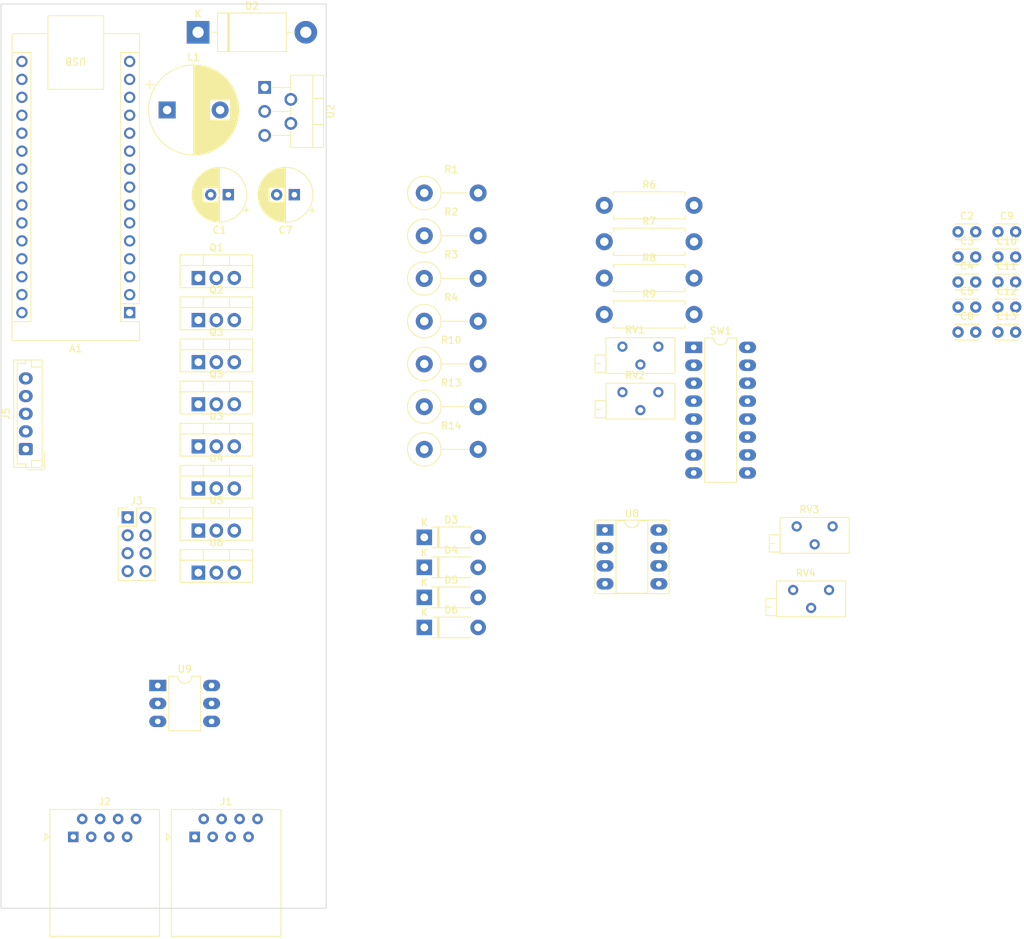
<source format=kicad_pcb>
(kicad_pcb (version 20240108) (generator "pcbnew") (generator_version "8.0")
  (layers (0 "F.Cu" signal) (31 "B.Cu" signal) (34 "B.Paste" user) (35 "F.Paste" user) (36 "B.SilkS" user "B.Silkscreen") (37 "F.SilkS" user "F.Silkscreen") (38 "B.Mask" user) (39 "F.Mask" user) (44 "Edge.Cuts" user))
  (net 0 "")
  (net 1 "Net-(A1-D0{slash}RX)")
  (net 7 "VIN")
  (net 8 "Net-(D2-A)")
  (net 9 "VCC")
  (net 10 "Net-(U3-VO)")
  (net 12 "SW2")
  (net 14 "SW1")
  (net 15 "SW3")
  (net 16 "SW7")
  (net 17 "LASER1")
  (net 19 "SW8")
  (net 20 "SW4")
  (net 22 "GND")
  (net 23 "LASER4")
  (net 26 "LASER3")
  (net 28 "SW6")
  (net 29 "LASER2")
  (net 31 "5V")
  (net 32 "SW5")
  (net 34 "DATA-")
  (net 35 "DATA+")
  (net 36 "Net-(Q1-B)")
  (net 37 "Net-(Q2-B)")
  (net 38 "Net-(Q3-B)")
  (net 39 "Net-(Q5-B)")
  (net 40 "Net-(U8-R)")
  (net 41 "Net-(R10-Pad1)")
  (net 42 "Net-(U8-DE)")
  (net 43 "Net-(R6-Pad1)")
  (net 44 "Net-(D3-A)")
  (net 45 "Net-(D4-A)")
  (net 46 "Net-(U4-VO)")
  (net 47 "Net-(D5-A)")
  (net 48 "Net-(U5-VO)")
  (net 49 "Net-(D6-A)")
  (net 50 "Net-(U6-VO)")
  (net 53 "Net-(R7-Pad1)")
  (net 54 "Net-(R8-Pad1)")
  (net 55 "Net-(R9-Pad1)")
  (net 56 "Net-(J3-Pin_5)")
  (net 57 "Net-(J3-Pin_6)")
  (net 58 "Net-(J3-Pin_7)")
  (net 59 "Net-(J3-Pin_8)")
  (net 60 "Net-(J3-Pin_1)")
  (net 61 "Net-(J3-Pin_2)")
  (net 62 "Net-(J3-Pin_4)")
  (net 63 "Net-(J3-Pin_3)")
  (footprint "Capacitor_THT:C_Disc_D3.0mm_W2.0mm_P2.50mm" (layer "F.Cu") (at 276.052082 70.8)
    (property "Reference" "C10" (at 1.25 -2.25 0) (layer "F.SilkS"))
    (property "Value" "1uF")
    (pad "1" thru_hole circle (at 0 0) (size 1.6 1.6) (drill 0.8) (layers "*.Cu" "*.Mask") (net 31 "5V"))
    (pad "2" thru_hole circle (at 2.5 0) (size 1.6 1.6) (drill 0.8) (layers "*.Cu" "*.Mask") (net 47 "Net-(D5-A)"))
  )
  (footprint "Capacitor_THT:C_Disc_D3.0mm_W2.0mm_P2.50mm" (layer "F.Cu") (at 270.402082 77.9)
    (property "Reference" "C5" (at 1.25 -2.25 0) (layer "F.SilkS"))
    (property "Value" "100nF")
    (pad "1" thru_hole circle (at 0 0) (size 1.6 1.6) (drill 0.8) (layers "*.Cu" "*.Mask") (net 31 "5V"))
    (pad "2" thru_hole circle (at 2.5 0) (size 1.6 1.6) (drill 0.8) (layers "*.Cu" "*.Mask") (net 59 "Net-(J3-Pin_8)"))
  )
  (footprint "Diode_THT:D_DO-41_SOD81_P7.62mm_Horizontal" (layer "F.Cu") (at 194.88 119)
    (property "Reference" "D5" (at 3.81 -2.47 0) (layer "F.SilkS"))
    (property "Value" "1N4004")
    (fp_text user "K" (at 0 -2.1 0) (layer "F.SilkS"))
    (pad "1" thru_hole rect (at 0 0) (size 2.2 2.2) (drill 1.1) (layers "*.Cu" "*.Mask") (net 31 "5V"))
    (pad "2" thru_hole oval (at 7.62 0) (size 2.2 2.2) (drill 1.1) (layers "*.Cu" "*.Mask") (net 47 "Net-(D5-A)"))
  )
  (footprint "Potentiometer_THT:Potentiometer_Bourns_3296Z_Horizontal" (layer "F.Cu") (at 228 89.95)
    (property "Reference" "RV2" (at -3.3 -2.4 0) (layer "F.SilkS"))
    (property "Value" "20")
    (pad "1" thru_hole circle (at 0 0) (size 1.44 1.44) (drill 0.8) (layers "*.Cu" "*.Mask") (net 53 "Net-(R7-Pad1)"))
    (pad "2" thru_hole circle (at -2.54 2.54) (size 1.44 1.44) (drill 0.8) (layers "*.Cu" "*.Mask") (net 53 "Net-(R7-Pad1)"))
    (pad "3" thru_hole circle (at -5.08 0) (size 1.44 1.44) (drill 0.8) (layers "*.Cu" "*.Mask") (net 45 "Net-(D4-A)"))
  )
  (footprint "Capacitor_THT:CP_Radial_D7.5mm_P2.50mm" (layer "F.Cu") (at 176.5 62 180)
    (property "Reference" "C7" (at 1.25 -5 360) (layer "F.SilkS"))
    (property "Value" "47uF - 50V")
    (pad "1" thru_hole rect (at 0 0 180) (size 1.6 1.6) (drill 0.8) (layers "*.Cu" "*.Mask") (net 31 "5V"))
    (pad "2" thru_hole circle (at 2.5 0 180) (size 1.6 1.6) (drill 0.8) (layers "*.Cu" "*.Mask") (net 22 "GND"))
  )
  (footprint "Capacitor_THT:C_Disc_D3.0mm_W2.0mm_P2.50mm" (layer "F.Cu") (at 270.402082 74.35)
    (property "Reference" "C4" (at 1.25 -2.25 0) (layer "F.SilkS"))
    (property "Value" "100nF")
    (pad "1" thru_hole circle (at 0 0) (size 1.6 1.6) (drill 0.8) (layers "*.Cu" "*.Mask") (net 31 "5V"))
    (pad "2" thru_hole circle (at 2.5 0) (size 1.6 1.6) (drill 0.8) (layers "*.Cu" "*.Mask") (net 58 "Net-(J3-Pin_7)"))
  )
  (footprint "Potentiometer_THT:Potentiometer_Bourns_3296Z_Horizontal" (layer "F.Cu") (at 252.652082 108.95)
    (property "Reference" "RV3" (at -3.3 -2.4 0) (layer "F.SilkS"))
    (property "Value" "20")
    (pad "1" thru_hole circle (at 0 0) (size 1.44 1.44) (drill 0.8) (layers "*.Cu" "*.Mask") (net 54 "Net-(R8-Pad1)"))
    (pad "2" thru_hole circle (at -2.54 2.54) (size 1.44 1.44) (drill 0.8) (layers "*.Cu" "*.Mask") (net 54 "Net-(R8-Pad1)"))
    (pad "3" thru_hole circle (at -5.08 0) (size 1.44 1.44) (drill 0.8) (layers "*.Cu" "*.Mask") (net 47 "Net-(D5-A)"))
  )
  (footprint "Diode_THT:D_DO-201AD_P15.24mm_Horizontal" (layer "F.Cu") (at 162.88 39)
    (property "Reference" "D2" (at 7.62 -3.72 0) (layer "F.SilkS"))
    (property "Value" "1N5822")
    (fp_text user "K" (at 0 -2.6 0) (layer "F.SilkS"))
    (pad "1" thru_hole rect (at 0 0) (size 3.2 3.2) (drill 1.6) (layers "*.Cu" "*.Mask") (net 22 "GND"))
    (pad "2" thru_hole oval (at 15.24 0) (size 3.2 3.2) (drill 1.6) (layers "*.Cu" "*.Mask") (net 8 "Net-(D2-A)"))
  )
  (footprint "Resistor_THT:R_Axial_DIN0411_L9.9mm_D3.6mm_P12.70mm_Horizontal" (layer "F.Cu") (at 220.35 78.95)
    (property "Reference" "R9" (at 6.35 -2.92 0) (layer "F.SilkS"))
    (property "Value" "2.7")
    (pad "1" thru_hole circle (at 0 0) (size 2.4 2.4) (drill 1.2) (layers "*.Cu" "*.Mask") (net 55 "Net-(R9-Pad1)"))
    (pad "2" thru_hole oval (at 12.7 0) (size 2.4 2.4) (drill 1.2) (layers "*.Cu" "*.Mask") (net 10 "Net-(U3-VO)"))
  )
  (footprint "Resistor_THT:R_Axial_DIN0411_L9.9mm_D3.6mm_P12.70mm_Horizontal" (layer "F.Cu") (at 220.35 63.5)
    (property "Reference" "R6" (at 6.35 -2.92 0) (layer "F.SilkS"))
    (property "Value" "2.7")
    (pad "1" thru_hole circle (at 0 0) (size 2.4 2.4) (drill 1.2) (layers "*.Cu" "*.Mask") (net 43 "Net-(R6-Pad1)"))
    (pad "2" thru_hole oval (at 12.7 0) (size 2.4 2.4) (drill 1.2) (layers "*.Cu" "*.Mask") (net 48 "Net-(U5-VO)"))
  )
  (footprint "Resistor_THT:R_Axial_DIN0414_L11.9mm_D4.5mm_P7.62mm_Vertical" (layer "F.Cu") (at 194.88 79.9)
    (property "Reference" "R4" (at 3.81 -3.37 0) (layer "F.SilkS"))
    (property "Value" "1K")
    (pad "1" thru_hole circle (at 0 0) (size 2.4 2.4) (drill 1.2) (layers "*.Cu" "*.Mask") (net 38 "Net-(Q3-B)"))
    (pad "2" thru_hole oval (at 7.62 0) (size 2.4 2.4) (drill 1.2) (layers "*.Cu" "*.Mask") (net 23 "LASER4"))
  )
  (footprint "Package_TO_SOT_THT:TO-220-3_Vertical" (layer "F.Cu") (at 162.92 103.58)
    (property "Reference" "U4" (at 2.54 -4.27 0) (layer "F.SilkS"))
    (property "Value" "LM337_TO220")
    (pad "1" thru_hole rect (at 0 0) (size 1.905 2) (drill 1.1) (layers "*.Cu" "*.Mask") (net 47 "Net-(D5-A)"))
    (pad "2" thru_hole oval (at 2.54 0) (size 1.905 2) (drill 1.1) (layers "*.Cu" "*.Mask") (net 58 "Net-(J3-Pin_7)"))
    (pad "3" thru_hole oval (at 5.08 0) (size 1.905 2) (drill 1.1) (layers "*.Cu" "*.Mask") (net 46 "Net-(U4-VO)"))
  )
  (footprint "Resistor_THT:R_Axial_DIN0414_L11.9mm_D4.5mm_P7.62mm_Vertical" (layer "F.Cu") (at 194.88 67.8)
    (property "Reference" "R2" (at 3.81 -3.37 0) (layer "F.SilkS"))
    (property "Value" "1K")
    (pad "1" thru_hole circle (at 0 0) (size 2.4 2.4) (drill 1.2) (layers "*.Cu" "*.Mask") (net 36 "Net-(Q1-B)"))
    (pad "2" thru_hole oval (at 7.62 0) (size 2.4 2.4) (drill 1.2) (layers "*.Cu" "*.Mask") (net 29 "LASER2"))
  )
  (footprint "Resistor_THT:R_Axial_DIN0414_L11.9mm_D4.5mm_P7.62mm_Vertical" (layer "F.Cu") (at 194.88 98.05)
    (property "Reference" "R14" (at 3.81 -3.37 0) (layer "F.SilkS"))
    (property "Value" "470")
    (pad "1" thru_hole circle (at 0 0) (size 2.4 2.4) (drill 1.2) (layers "*.Cu" "*.Mask") (net 31 "5V"))
    (pad "2" thru_hole oval (at 7.62 0) (size 2.4 2.4) (drill 1.2) (layers "*.Cu" "*.Mask") (net 1 "Net-(A1-D0{slash}RX)"))
  )
  (footprint "Resistor_THT:R_Axial_DIN0414_L11.9mm_D4.5mm_P7.62mm_Vertical" (layer "F.Cu") (at 194.88 92)
    (property "Reference" "R13" (at 3.81 -3.37 0) (layer "F.SilkS"))
    (property "Value" "10K")
    (pad "1" thru_hole circle (at 0 0) (size 2.4 2.4) (drill 1.2) (layers "*.Cu" "*.Mask") (net 22 "GND"))
    (pad "2" thru_hole oval (at 7.62 0) (size 2.4 2.4) (drill 1.2) (layers "*.Cu" "*.Mask") (net 42 "Net-(U8-DE)"))
  )
  (footprint "Connector_RJ:RJ45_Amphenol_54602-x08_Horizontal" (layer "F.Cu") (at 162.4025 152.9)
    (property "Reference" "J1" (at 4.445 -5 360) (layer "F.SilkS"))
    (property "Value" "RJ45")
    (pad "" np_thru_hole circle (at -1.27 6.35) (size 3.2 3.2) (drill 3.2) (layers "*.Cu" "*.Mask"))
    (pad "" np_thru_hole circle (at 10.16 6.35) (size 3.2 3.2) (drill 3.2) (layers "*.Cu" "*.Mask"))
    (pad "1" thru_hole rect (at 0 0) (size 1.5 1.5) (drill 0.76) (layers "*.Cu" "*.Mask") (net 35 "DATA+"))
    (pad "2" thru_hole circle (at 1.27 -2.54) (size 1.5 1.5) (drill 0.76) (layers "*.Cu" "*.Mask") (net 34 "DATA-"))
    (pad "3" thru_hole circle (at 2.54 0) (size 1.5 1.5) (drill 0.76) (layers "*.Cu" "*.Mask") (net 9 "VCC"))
    (pad "4" thru_hole circle (at 3.81 -2.54) (size 1.5 1.5) (drill 0.76) (layers "*.Cu" "*.Mask") (net 9 "VCC"))
    (pad "5" thru_hole circle (at 5.08 0) (size 1.5 1.5) (drill 0.76) (layers "*.Cu" "*.Mask") (net 9 "VCC"))
    (pad "6" thru_hole circle (at 6.35 -2.54) (size 1.5 1.5) (drill 0.76) (layers "*.Cu" "*.Mask") (net 22 "GND"))
    (pad "7" thru_hole circle (at 7.62 0) (size 1.5 1.5) (drill 0.76) (layers "*.Cu" "*.Mask") (net 22 "GND"))
    (pad "8" thru_hole circle (at 8.89 -2.54) (size 1.5 1.5) (drill 0.76) (layers "*.Cu" "*.Mask") (net 22 "GND"))
  )
  (footprint "Diode_THT:D_DO-41_SOD81_P7.62mm_Horizontal" (layer "F.Cu") (at 194.88 114.75)
    (property "Reference" "D4" (at 3.81 -2.47 0) (layer "F.SilkS"))
    (property "Value" "1N4004")
    (fp_text user "K" (at 0 -2.1 0) (layer "F.SilkS"))
    (pad "1" thru_hole rect (at 0 0) (size 2.2 2.2) (drill 1.1) (layers "*.Cu" "*.Mask") (net 31 "5V"))
    (pad "2" thru_hole oval (at 7.62 0) (size 2.2 2.2) (drill 1.1) (layers "*.Cu" "*.Mask") (net 45 "Net-(D4-A)"))
  )
  (footprint "Capacitor_THT:C_Disc_D3.0mm_W2.0mm_P2.50mm" (layer "F.Cu") (at 276.052082 67.25)
    (property "Reference" "C9" (at 1.25 -2.25 0) (layer "F.SilkS"))
    (property "Value" "1uF")
    (pad "1" thru_hole circle (at 0 0) (size 1.6 1.6) (drill 0.8) (layers "*.Cu" "*.Mask") (net 31 "5V"))
    (pad "2" thru_hole circle (at 2.5 0) (size 1.6 1.6) (drill 0.8) (layers "*.Cu" "*.Mask") (net 45 "Net-(D4-A)"))
  )
  (footprint "Package_TO_SOT_THT:TO-220-3_Vertical" (layer "F.Cu") (at 162.92 91.66)
    (property "Reference" "Q5" (at 2.54 -4.27 0) (layer "F.SilkS"))
    (property "Value" "TIP41")
    (pad "1" thru_hole rect (at 0 0) (size 1.905 2) (drill 1.1) (layers "*.Cu" "*.Mask") (net 39 "Net-(Q5-B)"))
    (pad "2" thru_hole oval (at 2.54 0) (size 1.905 2) (drill 1.1) (layers "*.Cu" "*.Mask") (net 60 "Net-(J3-Pin_1)"))
    (pad "3" thru_hole oval (at 5.08 0) (size 1.905 2) (drill 1.1) (layers "*.Cu" "*.Mask") (net 22 "GND"))
  )
  (footprint "Resistor_THT:R_Axial_DIN0411_L9.9mm_D3.6mm_P12.70mm_Horizontal" (layer "F.Cu") (at 220.35 73.8)
    (property "Reference" "R8" (at 6.35 -2.92 0) (layer "F.SilkS"))
    (property "Value" "2.7")
    (pad "1" thru_hole circle (at 0 0) (size 2.4 2.4) (drill 1.2) (layers "*.Cu" "*.Mask") (net 54 "Net-(R8-Pad1)"))
    (pad "2" thru_hole oval (at 12.7 0) (size 2.4 2.4) (drill 1.2) (layers "*.Cu" "*.Mask") (net 46 "Net-(U4-VO)"))
  )
  (footprint "Package_DIP:DIP-16_W7.62mm_LongPads" (layer "F.Cu") (at 233 83.6)
    (property "Reference" "SW1" (at 3.81 -2.33 0) (layer "F.SilkS"))
    (property "Value" "SW_DIP_x08")
    (pad "1" thru_hole rect (at 0 0) (size 2.4 1.6) (drill 0.8) (layers "*.Cu" "*.Mask") (net 22 "GND"))
    (pad "2" thru_hole oval (at 0 2.54) (size 2.4 1.6) (drill 0.8) (layers "*.Cu" "*.Mask") (net 22 "GND"))
    (pad "3" thru_hole oval (at 0 5.08) (size 2.4 1.6) (drill 0.8) (layers "*.Cu" "*.Mask") (net 22 "GND"))
    (pad "4" thru_hole oval (at 0 7.62) (size 2.4 1.6) (drill 0.8) (layers "*.Cu" "*.Mask") (net 22 "GND"))
    (pad "5" thru_hole oval (at 0 10.16) (size 2.4 1.6) (drill 0.8) (layers "*.Cu" "*.Mask") (net 22 "GND"))
    (pad "6" thru_hole oval (at 0 12.7) (size 2.4 1.6) (drill 0.8) (layers "*.Cu" "*.Mask") (net 22 "GND"))
    (pad "7" thru_hole oval (at 0 15.24) (size 2.4 1.6) (drill 0.8) (layers "*.Cu" "*.Mask") (net 22 "GND"))
    (pad "8" thru_hole oval (at 0 17.78) (size 2.4 1.6) (drill 0.8) (layers "*.Cu" "*.Mask") (net 22 "GND"))
    (pad "9" thru_hole oval (at 7.62 17.78) (size 2.4 1.6) (drill 0.8) (layers "*.Cu" "*.Mask") (net 19 "SW8"))
    (pad "10" thru_hole oval (at 7.62 15.24) (size 2.4 1.6) (drill 0.8) (layers "*.Cu" "*.Mask") (net 16 "SW7"))
    (pad "11" thru_hole oval (at 7.62 12.7) (size 2.4 1.6) (drill 0.8) (layers "*.Cu" "*.Mask") (net 28 "SW6"))
    (pad "12" thru_hole oval (at 7.62 10.16) (size 2.4 1.6) (drill 0.8) (layers "*.Cu" "*.Mask") (net 32 "SW5"))
    (pad "13" thru_hole oval (at 7.62 7.62) (size 2.4 1.6) (drill 0.8) (layers "*.Cu" "*.Mask") (net 20 "SW4"))
    (pad "14" thru_hole oval (at 7.62 5.08) (size 2.4 1.6) (drill 0.8) (layers "*.Cu" "*.Mask") (net 15 "SW3"))
    (pad "15" thru_hole oval (at 7.62 2.54) (size 2.4 1.6) (drill 0.8) (layers "*.Cu" "*.Mask") (net 12 "SW2"))
    (pad "16" thru_hole oval (at 7.62 0) (size 2.4 1.6) (drill 0.8) (layers "*.Cu" "*.Mask") (net 14 "SW1"))
  )
  (footprint "Resistor_THT:R_Axial_DIN0411_L9.9mm_D3.6mm_P12.70mm_Horizontal" (layer "F.Cu") (at 220.35 68.65)
    (property "Reference" "R7" (at 6.35 -2.92 0) (layer "F.SilkS"))
    (property "Value" "2.7")
    (pad "1" thru_hole circle (at 0 0) (size 2.4 2.4) (drill 1.2) (layers "*.Cu" "*.Mask") (net 53 "Net-(R7-Pad1)"))
    (pad "2" thru_hole oval (at 12.7 0) (size 2.4 2.4) (drill 1.2) (layers "*.Cu" "*.Mask") (net 50 "Net-(U6-VO)"))
  )
  (footprint "Package_TO_SOT_THT:TO-220-3_Vertical" (layer "F.Cu") (at 162.92 79.74)
    (property "Reference" "Q2" (at 2.54 -4.27 0) (layer "F.SilkS"))
    (property "Value" "TIP41")
    (pad "1" thru_hole rect (at 0 0) (size 1.905 2) (drill 1.1) (layers "*.Cu" "*.Mask") (net 37 "Net-(Q2-B)"))
    (pad "2" thru_hole oval (at 2.54 0) (size 1.905 2) (drill 1.1) (layers "*.Cu" "*.Mask") (net 63 "Net-(J3-Pin_3)"))
    (pad "3" thru_hole oval (at 5.08 0) (size 1.905 2) (drill 1.1) (layers "*.Cu" "*.Mask") (net 22 "GND"))
  )
  (footprint "Package_TO_SOT_THT:TO-220-3_Vertical" (layer "F.Cu") (at 162.92 109.54)
    (property "Reference" "U5" (at 2.54 -4.27 0) (layer "F.SilkS"))
    (property "Value" "LM337_TO220")
    (pad "1" thru_hole rect (at 0 0) (size 1.905 2) (drill 1.1) (layers "*.Cu" "*.Mask") (net 44 "Net-(D3-A)"))
    (pad "2" thru_hole oval (at 2.54 0) (size 1.905 2) (drill 1.1) (layers "*.Cu" "*.Mask") (net 56 "Net-(J3-Pin_5)"))
    (pad "3" thru_hole oval (at 5.08 0) (size 1.905 2) (drill 1.1) (layers "*.Cu" "*.Mask") (net 48 "Net-(U5-VO)"))
  )
  (footprint "Diode_THT:D_DO-41_SOD81_P7.62mm_Horizontal" (layer "F.Cu") (at 194.88 110.5)
    (property "Reference" "D3" (at 3.81 -2.47 0) (layer "F.SilkS"))
    (property "Value" "1N4004")
    (fp_text user "K" (at 0 -2.1 0) (layer "F.SilkS"))
    (pad "1" thru_hole rect (at 0 0) (size 2.2 2.2) (drill 1.1) (layers "*.Cu" "*.Mask") (net 31 "5V"))
    (pad "2" thru_hole oval (at 7.62 0) (size 2.2 2.2) (drill 1.1) (layers "*.Cu" "*.Mask") (net 44 "Net-(D3-A)"))
  )
  (footprint "Package_TO_SOT_THT:TO-220-3_Vertical" (layer "F.Cu") (at 162.92 85.7)
    (property "Reference" "Q3" (at 2.54 -4.27 0) (layer "F.SilkS"))
    (property "Value" "TIP41")
    (pad "1" thru_hole rect (at 0 0) (size 1.905 2) (drill 1.1) (layers "*.Cu" "*.Mask") (net 38 "Net-(Q3-B)"))
    (pad "2" thru_hole oval (at 2.54 0) (size 1.905 2) (drill 1.1) (layers "*.Cu" "*.Mask") (net 62 "Net-(J3-Pin_4)"))
    (pad "3" thru_hole oval (at 5.08 0) (size 1.905 2) (drill 1.1) (layers "*.Cu" "*.Mask") (net 22 "GND"))
  )
  (footprint "Potentiometer_THT:Potentiometer_Bourns_3296Z_Horizontal" (layer "F.Cu") (at 252.152082 117.95)
    (property "Reference" "RV4" (at -3.3 -2.4 0) (layer "F.SilkS"))
    (property "Value" "20")
    (pad "1" thru_hole circle (at 0 0) (size 1.44 1.44) (drill 0.8) (layers "*.Cu" "*.Mask") (net 55 "Net-(R9-Pad1)"))
    (pad "2" thru_hole circle (at -2.54 2.54) (size 1.44 1.44) (drill 0.8) (layers "*.Cu" "*.Mask") (net 55 "Net-(R9-Pad1)"))
    (pad "3" thru_hole circle (at -5.08 0) (size 1.44 1.44) (drill 0.8) (layers "*.Cu" "*.Mask") (net 49 "Net-(D6-A)"))
  )
  (footprint "Package_TO_SOT_THT:TO-220-5_P3.4x3.7mm_StaggerOdd_Lead3.8mm_Vertical" (layer "F.Cu") (at 172.3 46.8 -90)
    (property "Reference" "U2" (at 3.4 -9.32 90) (layer "F.SilkS"))
    (property "Value" "LM2596T-5")
    (pad "1" thru_hole rect (at 0 0 270) (size 1.8 1.8) (drill 1.1) (layers "*.Cu" "*.Mask") (net 7 "VIN"))
    (pad "2" thru_hole oval (at 1.7 -3.7 270) (size 1.8 1.8) (drill 1.1) (layers "*.Cu" "*.Mask") (net 8 "Net-(D2-A)"))
    (pad "3" thru_hole oval (at 3.4 0 270) (size 1.8 1.8) (drill 1.1) (layers "*.Cu" "*.Mask") (net 22 "GND"))
    (pad "4" thru_hole oval (at 5.1 -3.7 270) (size 1.8 1.8) (drill 1.1) (layers "*.Cu" "*.Mask") (net 31 "5V"))
    (pad "5" thru_hole oval (at 6.8 0 270) (size 1.8 1.8) (drill 1.1) (layers "*.Cu" "*.Mask") (net 22 "GND"))
  )
  (footprint "Diode_THT:D_DO-41_SOD81_P7.62mm_Horizontal" (layer "F.Cu") (at 194.88 123.25)
    (property "Reference" "D6" (at 3.81 -2.47 0) (layer "F.SilkS"))
    (property "Value" "1N4004")
    (fp_text user "K" (at 0 -2.1 0) (layer "F.SilkS"))
    (pad "1" thru_hole rect (at 0 0) (size 2.2 2.2) (drill 1.1) (layers "*.Cu" "*.Mask") (net 31 "5V"))
    (pad "2" thru_hole oval (at 7.62 0) (size 2.2 2.2) (drill 1.1) (layers "*.Cu" "*.Mask") (net 49 "Net-(D6-A)"))
  )
  (footprint "Connector_PinHeader_2.54mm:PinHeader_2x04_P2.54mm_Vertical" (layer "F.Cu") (at 152.912082 107.67)
    (property "Reference" "J3" (at 1.27 -2.33 0) (layer "F.SilkS"))
    (property "Value" "Conn_02x04_Top_Bottom")
    (pad "1" thru_hole rect (at 0 0) (size 1.7 1.7) (drill 1) (layers "*.Cu" "*.Mask") (net 60 "Net-(J3-Pin_1)"))
    (pad "2" thru_hole oval (at 2.54 0) (size 1.7 1.7) (drill 1) (layers "*.Cu" "*.Mask") (net 61 "Net-(J3-Pin_2)"))
    (pad "3" thru_hole oval (at 0 2.54) (size 1.7 1.7) (drill 1) (layers "*.Cu" "*.Mask") (net 63 "Net-(J3-Pin_3)"))
    (pad "4" thru_hole oval (at 2.54 2.54) (size 1.7 1.7) (drill 1) (layers "*.Cu" "*.Mask") (net 62 "Net-(J3-Pin_4)"))
    (pad "5" thru_hole oval (at 0 5.08) (size 1.7 1.7) (drill 1) (layers "*.Cu" "*.Mask") (net 56 "Net-(J3-Pin_5)"))
    (pad "6" thru_hole oval (at 2.54 5.08) (size 1.7 1.7) (drill 1) (layers "*.Cu" "*.Mask") (net 57 "Net-(J3-Pin_6)"))
    (pad "7" thru_hole oval (at 0 7.62) (size 1.7 1.7) (drill 1) (layers "*.Cu" "*.Mask") (net 58 "Net-(J3-Pin_7)"))
    (pad "8" thru_hole oval (at 2.54 7.62) (size 1.7 1.7) (drill 1) (layers "*.Cu" "*.Mask") (net 59 "Net-(J3-Pin_8)"))
  )
  (footprint "Package_DIP:DIP-8_W7.62mm_Socket_LongPads" (layer "F.Cu") (at 220.45 109.45)
    (property "Reference" "U8" (at 3.81 -2.33 0) (layer "F.SilkS"))
    (property "Value" "SN75176AP")
    (pad "1" thru_hole rect (at 0 0) (size 2.4 1.6) (drill 0.8) (layers "*.Cu" "*.Mask") (net 40 "Net-(U8-R)"))
    (pad "2" thru_hole oval (at 0 2.54) (size 2.4 1.6) (drill 0.8) (layers "*.Cu" "*.Mask") (net 42 "Net-(U8-DE)"))
    (pad "3" thru_hole oval (at 0 5.08) (size 2.4 1.6) (drill 0.8) (layers "*.Cu" "*.Mask") (net 42 "Net-(U8-DE)"))
    (pad "4" thru_hole oval (at 0 7.62) (size 2.4 1.6) (drill 0.8) (layers "*.Cu" "*.Mask"))
    (pad "5" thru_hole oval (at 7.62 7.62) (size 2.4 1.6) (drill 0.8) (layers "*.Cu" "*.Mask") (net 22 "GND"))
    (pad "6" thru_hole oval (at 7.62 5.08) (size 2.4 1.6) (drill 0.8) (layers "*.Cu" "*.Mask") (net 35 "DATA+"))
    (pad "7" thru_hole oval (at 7.62 2.54) (size 2.4 1.6) (drill 0.8) (layers "*.Cu" "*.Mask") (net 34 "DATA-"))
    (pad "8" thru_hole oval (at 7.62 0) (size 2.4 1.6) (drill 0.8) (layers "*.Cu" "*.Mask") (net 31 "5V"))
  )
  (footprint "Connector_JST:JST_EH_B5B-EH-A_1x05_P2.50mm_Vertical" (layer "F.Cu") (at 138.5 98 90)
    (property "Reference" "J5" (at 5 -2.8 90) (layer "F.SilkS"))
    (property "Value" "Conn_01x05_Socket")
    (pad "1" thru_hole roundrect (at 0 0 90) (size 1.7 1.95) (drill 0.95) (layers "*.Cu" "*.Mask") (roundrect_rratio 0.147059) (net 44 "Net-(D3-A)"))
    (pad "2" thru_hole oval (at 2.5 0 90) (size 1.7 1.95) (drill 0.95) (layers "*.Cu" "*.Mask") (net 45 "Net-(D4-A)"))
    (pad "3" thru_hole oval (at 5 0 90) (size 1.7 1.95) (drill 0.95) (layers "*.Cu" "*.Mask") (net 31 "5V"))
    (pad "4" thru_hole oval (at 7.5 0 90) (size 1.7 1.95) (drill 0.95) (layers "*.Cu" "*.Mask") (net 47 "Net-(D5-A)"))
    (pad "5" thru_hole oval (at 10 0 90) (size 1.7 1.95) (drill 0.95) (layers "*.Cu" "*.Mask") (net 49 "Net-(D6-A)"))
  )
  (footprint "Resistor_THT:R_Axial_DIN0414_L11.9mm_D4.5mm_P7.62mm_Vertical" (layer "F.Cu") (at 194.88 73.85)
    (property "Reference" "R3" (at 3.81 -3.37 0) (layer "F.SilkS"))
    (property "Value" "1K")
    (pad "1" thru_hole circle (at 0 0) (size 2.4 2.4) (drill 1.2) (layers "*.Cu" "*.Mask") (net 37 "Net-(Q2-B)"))
    (pad "2" thru_hole oval (at 7.62 0) (size 2.4 2.4) (drill 1.2) (layers "*.Cu" "*.Mask") (net 26 "LASER3"))
  )
  (footprint "Capacitor_THT:C_Disc_D3.0mm_W2.0mm_P2.50mm" (layer "F.Cu") (at 276.052082 81.45)
    (property "Reference" "C13" (at 1.25 -2.25 0) (layer "F.SilkS"))
    (property "Value" "100nF")
    (pad "1" thru_hole circle (at 0 0) (size 1.6 1.6) (drill 0.8) (layers "*.Cu" "*.Mask") (net 22 "GND"))
    (pad "2" thru_hole circle (at 2.5 0) (size 1.6 1.6) (drill 0.8) (layers "*.Cu" "*.Mask") (net 31 "5V"))
  )
  (footprint "Package_TO_SOT_THT:TO-220-3_Vertical" (layer "F.Cu") (at 162.92 73.78)
    (property "Reference" "Q1" (at 2.54 -4.27 0) (layer "F.SilkS"))
    (property "Value" "TIP41")
    (pad "1" thru_hole rect (at 0 0) (size 1.905 2) (drill 1.1) (layers "*.Cu" "*.Mask") (net 36 "Net-(Q1-B)"))
    (pad "2" thru_hole oval (at 2.54 0) (size 1.905 2) (drill 1.1) (layers "*.Cu" "*.Mask") (net 61 "Net-(J3-Pin_2)"))
    (pad "3" thru_hole oval (at 5.08 0) (size 1.905 2) (drill 1.1) (layers "*.Cu" "*.Mask") (net 22 "GND"))
  )
  (footprint "Package_TO_SOT_THT:TO-220-3_Vertical" (layer "F.Cu") (at 162.92 115.5)
    (property "Reference" "U6" (at 2.54 -4.27 0) (layer "F.SilkS"))
    (property "Value" "LM337_TO220")
    (pad "1" thru_hole rect (at 0 0) (size 1.905 2) (drill 1.1) (layers "*.Cu" "*.Mask") (net 45 "Net-(D4-A)"))
    (pad "2" thru_hole oval (at 2.54 0) (size 1.905 2) (drill 1.1) (layers "*.Cu" "*.Mask") (net 57 "Net-(J3-Pin_6)"))
    (pad "3" thru_hole oval (at 5.08 0) (size 1.905 2) (drill 1.1) (layers "*.Cu" "*.Mask") (net 50 "Net-(U6-VO)"))
  )
  (footprint "Connector_RJ:RJ45_Amphenol_54602-x08_Horizontal" (layer "F.Cu") (at 145.2175 152.9)
    (property "Reference" "J2" (at 4.445 -5 360) (layer "F.SilkS"))
    (property "Value" "RJ45")
    (pad "" np_thru_hole circle (at -1.27 6.35) (size 3.2 3.2) (drill 3.2) (layers "*.Cu" "*.Mask"))
    (pad "" np_thru_hole circle (at 10.16 6.35) (size 3.2 3.2) (drill 3.2) (layers "*.Cu" "*.Mask"))
    (pad "1" thru_hole rect (at 0 0) (size 1.5 1.5) (drill 0.76) (layers "*.Cu" "*.Mask") (net 35 "DATA+"))
    (pad "2" thru_hole circle (at 1.27 -2.54) (size 1.5 1.5) (drill 0.76) (layers "*.Cu" "*.Mask") (net 34 "DATA-"))
    (pad "3" thru_hole circle (at 2.54 0) (size 1.5 1.5) (drill 0.76) (layers "*.Cu" "*.Mask") (net 9 "VCC"))
    (pad "4" thru_hole circle (at 3.81 -2.54) (size 1.5 1.5) (drill 0.76) (layers "*.Cu" "*.Mask") (net 9 "VCC"))
    (pad "5" thru_hole circle (at 5.08 0) (size 1.5 1.5) (drill 0.76) (layers "*.Cu" "*.Mask") (net 9 "VCC"))
    (pad "6" thru_hole circle (at 6.35 -2.54) (size 1.5 1.5) (drill 0.76) (layers "*.Cu" "*.Mask") (net 22 "GND"))
    (pad "7" thru_hole circle (at 7.62 0) (size 1.5 1.5) (drill 0.76) (layers "*.Cu" "*.Mask") (net 22 "GND"))
    (pad "8" thru_hole circle (at 8.89 -2.54) (size 1.5 1.5) (drill 0.76) (layers "*.Cu" "*.Mask") (net 22 "GND"))
  )
  (footprint "Capacitor_THT:CP_Radial_D7.5mm_P2.50mm" (layer "F.Cu") (at 167.161395 62 180)
    (property "Reference" "C1" (at 1.25 -5 360) (layer "F.SilkS"))
    (property "Value" "47uF - 50V")
    (pad "1" thru_hole rect (at 0 0 180) (size 1.6 1.6) (drill 0.8) (layers "*.Cu" "*.Mask") (net 7 "VIN"))
    (pad "2" thru_hole circle (at 2.5 0 180) (size 1.6 1.6) (drill 0.8) (layers "*.Cu" "*.Mask") (net 22 "GND"))
  )
  (footprint "Capacitor_THT:C_Disc_D3.0mm_W2.0mm_P2.50mm" (layer "F.Cu") (at 270.402082 67.25)
    (property "Reference" "C2" (at 1.25 -2.25 0) (layer "F.SilkS"))
    (property "Value" "100nF")
    (pad "1" thru_hole circle (at 0 0) (size 1.6 1.6) (drill 0.8) (layers "*.Cu" "*.Mask") (net 31 "5V"))
    (pad "2" thru_hole circle (at 2.5 0) (size 1.6 1.6) (drill 0.8) (layers "*.Cu" "*.Mask") (net 56 "Net-(J3-Pin_5)"))
  )
  (footprint "Capacitor_THT:C_Disc_D3.0mm_W2.0mm_P2.50mm" (layer "F.Cu") (at 270.402082 81.45)
    (property "Reference" "C8" (at 1.25 -2.25 0) (layer "F.SilkS"))
    (property "Value" "1uF")
    (pad "1" thru_hole circle (at 0 0) (size 1.6 1.6) (drill 0.8) (layers "*.Cu" "*.Mask") (net 31 "5V"))
    (pad "2" thru_hole circle (at 2.5 0) (size 1.6 1.6) (drill 0.8) (layers "*.Cu" "*.Mask") (net 44 "Net-(D3-A)"))
  )
  (footprint "Package_TO_SOT_THT:TO-220-3_Vertical" (layer "F.Cu") (at 162.92 97.62)
    (property "Reference" "U3" (at 2.54 -4.27 0) (layer "F.SilkS"))
    (property "Value" "LM337_TO220")
    (pad "1" thru_hole rect (at 0 0) (size 1.905 2) (drill 1.1) (layers "*.Cu" "*.Mask") (net 49 "Net-(D6-A)"))
    (pad "2" thru_hole oval (at 2.54 0) (size 1.905 2) (drill 1.1) (layers "*.Cu" "*.Mask") (net 59 "Net-(J3-Pin_8)"))
    (pad "3" thru_hole oval (at 5.08 0) (size 1.905 2) (drill 1.1) (layers "*.Cu" "*.Mask") (net 10 "Net-(U3-VO)"))
  )
  (footprint "Capacitor_THT:C_Disc_D3.0mm_W2.0mm_P2.50mm" (layer "F.Cu") (at 276.052082 77.9)
    (property "Reference" "C12" (at 1.25 -2.25 0) (layer "F.SilkS"))
    (property "Value" "100nF")
    (pad "1" thru_hole circle (at 0 0) (size 1.6 1.6) (drill 0.8) (layers "*.Cu" "*.Mask") (net 31 "5V"))
    (pad "2" thru_hole circle (at 2.5 0) (size 1.6 1.6) (drill 0.8) (layers "*.Cu" "*.Mask") (net 22 "GND"))
  )
  (footprint "Resistor_THT:R_Axial_DIN0414_L11.9mm_D4.5mm_P7.62mm_Vertical" (layer "F.Cu") (at 194.88 61.75)
    (property "Reference" "R1" (at 3.81 -3.37 0) (layer "F.SilkS"))
    (property "Value" "1K")
    (pad "1" thru_hole circle (at 0 0) (size 2.4 2.4) (drill 1.2) (layers "*.Cu" "*.Mask") (net 39 "Net-(Q5-B)"))
    (pad "2" thru_hole oval (at 7.62 0) (size 2.4 2.4) (drill 1.2) (layers "*.Cu" "*.Mask") (net 17 "LASER1"))
  )
  (footprint "Package_DIP:DIP-6_W7.62mm_LongPads" (layer "F.Cu") (at 157.175 131.475)
    (property "Reference" "U9" (at 3.81 -2.33 0) (layer "F.SilkS"))
    (property "Value" "H11L1")
    (pad "1" thru_hole rect (at 0 0) (size 2.4 1.6) (drill 0.8) (layers "*.Cu" "*.Mask") (net 41 "Net-(R10-Pad1)"))
    (pad "2" thru_hole oval (at 0 2.54) (size 2.4 1.6) (drill 0.8) (layers "*.Cu" "*.Mask") (net 22 "GND"))
    (pad "3" thru_hole oval (at 0 5.08) (size 2.4 1.6) (drill 0.8) (layers "*.Cu" "*.Mask"))
    (pad "4" thru_hole oval (at 7.62 5.08) (size 2.4 1.6) (drill 0.8) (layers "*.Cu" "*.Mask") (net 1 "Net-(A1-D0{slash}RX)"))
    (pad "5" thru_hole oval (at 7.62 2.54) (size 2.4 1.6) (drill 0.8) (layers "*.Cu" "*.Mask") (net 22 "GND"))
    (pad "6" thru_hole oval (at 7.62 0) (size 2.4 1.6) (drill 0.8) (layers "*.Cu" "*.Mask") (net 31 "5V"))
  )
  (footprint "Resistor_THT:R_Axial_DIN0414_L11.9mm_D4.5mm_P7.62mm_Vertical" (layer "F.Cu") (at 194.88 85.95)
    (property "Reference" "R10" (at 3.81 -3.37 0) (layer "F.SilkS"))
    (property "Value" "470")
    (pad "1" thru_hole circle (at 0 0) (size 2.4 2.4) (drill 1.2) (layers "*.Cu" "*.Mask") (net 41 "Net-(R10-Pad1)"))
    (pad "2" thru_hole oval (at 7.62 0) (size 2.4 2.4) (drill 1.2) (layers "*.Cu" "*.Mask") (net 40 "Net-(U8-R)"))
  )
  (footprint "Potentiometer_THT:Potentiometer_Bourns_3296Z_Horizontal" (layer "F.Cu") (at 228 83.5)
    (property "Reference" "RV1" (at -3.3 -2.4 0) (layer "F.SilkS"))
    (property "Value" "20")
    (pad "1" thru_hole circle (at 0 0) (size 1.44 1.44) (drill 0.8) (layers "*.Cu" "*.Mask") (net 43 "Net-(R6-Pad1)"))
    (pad "2" thru_hole circle (at -2.54 2.54) (size 1.44 1.44) (drill 0.8) (layers "*.Cu" "*.Mask") (net 43 "Net-(R6-Pad1)"))
    (pad "3" thru_hole circle (at -5.08 0) (size 1.44 1.44) (drill 0.8) (layers "*.Cu" "*.Mask") (net 44 "Net-(D3-A)"))
  )
  (footprint "Module:Arduino_Nano" (layer "F.Cu") (at 153.192082 78.69 180)
    (property "Reference" "A1" (at 7.62 -5.08 360) (layer "F.SilkS"))
    (property "Value" "Arduino_Nano_v3.x")
    (fp_text user "USB" (at 7.62 35.56 180) (layer "F.SilkS"))
    (pad "1" thru_hole rect (at 0 0 180) (size 1.6 1.6) (drill 1) (layers "*.Cu" "*.Mask"))
    (pad "2" thru_hole oval (at 0 2.54 180) (size 1.6 1.6) (drill 1) (layers "*.Cu" "*.Mask") (net 1 "Net-(A1-D0{slash}RX)"))
    (pad "3" thru_hole oval (at 0 5.08 180) (size 1.6 1.6) (drill 1) (layers "*.Cu" "*.Mask"))
    (pad "4" thru_hole oval (at 0 7.62 180) (size 1.6 1.6) (drill 1) (layers "*.Cu" "*.Mask") (net 22 "GND"))
    (pad "5" thru_hole oval (at 0 10.16 180) (size 1.6 1.6) (drill 1) (layers "*.Cu" "*.Mask"))
    (pad "6" thru_hole oval (at 0 12.7 180) (size 1.6 1.6) (drill 1) (layers "*.Cu" "*.Mask") (net 17 "LASER1"))
    (pad "7" thru_hole oval (at 0 15.24 180) (size 1.6 1.6) (drill 1) (layers "*.Cu" "*.Mask"))
    (pad "8" thru_hole oval (at 0 17.78 180) (size 1.6 1.6) (drill 1) (layers "*.Cu" "*.Mask") (net 29 "LASER2"))
    (pad "9" thru_hole oval (at 0 20.32 180) (size 1.6 1.6) (drill 1) (layers "*.Cu" "*.Mask") (net 26 "LASER3"))
    (pad "10" thru_hole oval (at 0 22.86 180) (size 1.6 1.6) (drill 1) (layers "*.Cu" "*.Mask"))
    (pad "11" thru_hole oval (at 0 25.4 180) (size 1.6 1.6) (drill 1) (layers "*.Cu" "*.Mask"))
    (pad "12" thru_hole oval (at 0 27.94 180) (size 1.6 1.6) (drill 1) (layers "*.Cu" "*.Mask") (net 23 "LASER4"))
    (pad "13" thru_hole oval (at 0 30.48 180) (size 1.6 1.6) (drill 1) (layers "*.Cu" "*.Mask"))
    (pad "14" thru_hole oval (at 0 33.02 180) (size 1.6 1.6) (drill 1) (layers "*.Cu" "*.Mask"))
    (pad "15" thru_hole oval (at 0 35.56 180) (size 1.6 1.6) (drill 1) (layers "*.Cu" "*.Mask"))
    (pad "16" thru_hole oval (at 15.24 35.56 180) (size 1.6 1.6) (drill 1) (layers "*.Cu" "*.Mask"))
    (pad "17" thru_hole oval (at 15.24 33.02 180) (size 1.6 1.6) (drill 1) (layers "*.Cu" "*.Mask"))
    (pad "18" thru_hole oval (at 15.24 30.48 180) (size 1.6 1.6) (drill 1) (layers "*.Cu" "*.Mask"))
    (pad "19" thru_hole oval (at 15.24 27.94 180) (size 1.6 1.6) (drill 1) (layers "*.Cu" "*.Mask") (net 14 "SW1"))
    (pad "20" thru_hole oval (at 15.24 25.4 180) (size 1.6 1.6) (drill 1) (layers "*.Cu" "*.Mask") (net 12 "SW2"))
    (pad "21" thru_hole oval (at 15.24 22.86 180) (size 1.6 1.6) (drill 1) (layers "*.Cu" "*.Mask") (net 15 "SW3"))
    (pad "22" thru_hole oval (at 15.24 20.32 180) (size 1.6 1.6) (drill 1) (layers "*.Cu" "*.Mask") (net 20 "SW4"))
    (pad "23" thru_hole oval (at 15.24 17.78 180) (size 1.6 1.6) (drill 1) (layers "*.Cu" "*.Mask") (net 32 "SW5"))
    (pad "24" thru_hole oval (at 15.24 15.24 180) (size 1.6 1.6) (drill 1) (layers "*.Cu" "*.Mask") (net 28 "SW6"))
    (pad "25" thru_hole oval (at 15.24 12.7 180) (size 1.6 1.6) (drill 1) (layers "*.Cu" "*.Mask") (net 16 "SW7"))
    (pad "26" thru_hole oval (at 15.24 10.16 180) (size 1.6 1.6) (drill 1) (layers "*.Cu" "*.Mask") (net 19 "SW8"))
    (pad "27" thru_hole oval (at 15.24 7.62 180) (size 1.6 1.6) (drill 1) (layers "*.Cu" "*.Mask") (net 31 "5V"))
    (pad "28" thru_hole oval (at 15.24 5.08 180) (size 1.6 1.6) (drill 1) (layers "*.Cu" "*.Mask"))
    (pad "29" thru_hole oval (at 15.24 2.54 180) (size 1.6 1.6) (drill 1) (layers "*.Cu" "*.Mask") (net 22 "GND"))
    (pad "30" thru_hole oval (at 15.24 0 180) (size 1.6 1.6) (drill 1) (layers "*.Cu" "*.Mask"))
  )
  (footprint "Capacitor_THT:C_Disc_D3.0mm_W2.0mm_P2.50mm" (layer "F.Cu") (at 270.402082 70.8)
    (property "Reference" "C3" (at 1.25 -2.25 0) (layer "F.SilkS"))
    (property "Value" "100nF")
    (pad "1" thru_hole circle (at 0 0) (size 1.6 1.6) (drill 0.8) (layers "*.Cu" "*.Mask") (net 31 "5V"))
    (pad "2" thru_hole circle (at 2.5 0) (size 1.6 1.6) (drill 0.8) (layers "*.Cu" "*.Mask") (net 57 "Net-(J3-Pin_6)"))
  )
  (footprint "Capacitor_THT:CP_Radial_D12.5mm_P7.50mm" (layer "F.Cu") (at 158.5 50)
    (property "Reference" "L1" (at 3.75 -7.5 0) (layer "F.SilkS"))
    (property "Value" "100uH")
    (pad "1" thru_hole rect (at 0 0) (size 2.4 2.4) (drill 1.2) (layers "*.Cu" "*.Mask") (net 8 "Net-(D2-A)"))
    (pad "2" thru_hole circle (at 7.5 0) (size 2.4 2.4) (drill 1.2) (layers "*.Cu" "*.Mask") (net 31 "5V"))
  )
  (footprint "Capacitor_THT:C_Disc_D3.0mm_W2.0mm_P2.50mm" (layer "F.Cu") (at 276.052082 74.35)
    (property "Reference" "C11" (at 1.25 -2.25 0) (layer "F.SilkS"))
    (property "Value" "1uF")
    (pad "1" thru_hole circle (at 0 0) (size 1.6 1.6) (drill 0.8) (layers "*.Cu" "*.Mask") (net 31 "5V"))
    (pad "2" thru_hole circle (at 2.5 0) (size 1.6 1.6) (drill 0.8) (layers "*.Cu" "*.Mask") (net 49 "Net-(D6-A)"))
  )
  (gr_poly (pts (xy 181 163) (xy 181 35) (xy 135 35) (xy 135 163)) (stroke (width 0.1)) (fill none) (layer "Edge.Cuts"))
)
</source>
